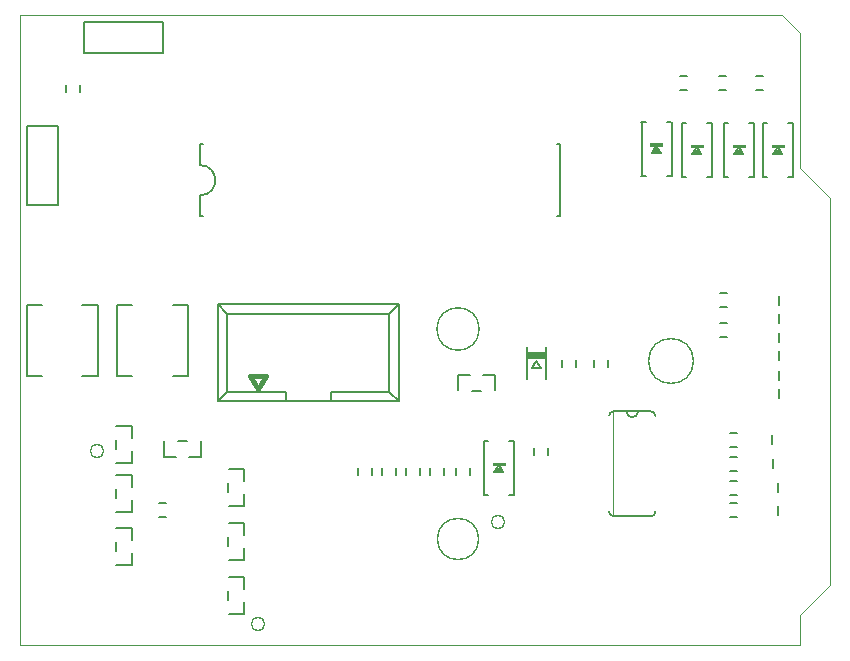
<source format=gbr>
%FSLAX44Y44*%
%OFA0.0000B0.0000*%
%SFA1B1*%
%MOMM*%
%ADD10C,0.0010X0.0000*%
%ADD11C,0.1524X0.0000*%
%ADD12C,0.1270X0.0000*%
%ADD13C,0.0000X0.0000*%
%ADD14C,0.2032X0.0000*%
%ADD15C,1.2630X1.0090X0.0000*%
%ADD16C,3.7192X3.4652X0.0000*%
%ADD17C,3.6176X3.5668X0.0000*%
%ADD18C,3.9370X3.6830X0.0000*%
%ADD19C,3.5254X3.4746X0.0000*%
%ADD20C,3.6270X3.3730X0.0000*%
%ADD21C,0.0508X0.0000*%
%ADD22C,0.4064X0.0000*%
%LNSILKSCREEN_TOP0*%
%LPD*%
G36*
X428880Y248035D2*
X444880Y248035D1*
X444880Y243035D1*
X428880Y243035D1*
X428880Y243035D1*
G37*
%LNSILKSCREEN_TOP1*%
%LPD*%
G36*
X533480Y424870D2*
X543480Y424870D1*
X543480Y422870D1*
X533480Y422870D1*
X533480Y422870D1*
G37*
%LNSILKSCREEN_TOP2*%
%LPD*%
G36*
X567770Y423600D2*
X577770Y423600D1*
X577770Y421600D1*
X567770Y421600D1*
X567770Y421600D1*
G37*
%LNSILKSCREEN_TOP3*%
%LPD*%
G36*
X603330Y423600D2*
X613330Y423600D1*
X613330Y421600D1*
X603330Y421600D1*
X603330Y421600D1*
G37*
%LNSILKSCREEN_TOP4*%
%LPD*%
G36*
X636350Y423600D2*
X646350Y423600D1*
X646350Y421600D1*
X636350Y421600D1*
X636350Y421600D1*
G37*
%LNSILKSCREEN_TOP5*%
%LPD*%
G36*
X400130Y154360D2*
X410130Y154360D1*
X410130Y152360D1*
X400130Y152360D1*
X400130Y152360D1*
G37*
%LNSILKSCREEN_TOP6*%
%LPD*%
G36*
X538480Y421370D2*
X540480Y418370D1*
X536480Y418370D1*
X536480Y418370D1*
G37*
%LNSILKSCREEN_TOP7*%
%LPD*%
G36*
X572770Y420100D2*
X574770Y417100D1*
X570770Y417100D1*
X570770Y417100D1*
G37*
%LNSILKSCREEN_TOP8*%
%LPD*%
G36*
X608330Y420100D2*
X610330Y417100D1*
X606330Y417100D1*
X606330Y417100D1*
G37*
%LNSILKSCREEN_TOP9*%
%LPD*%
G36*
X641350Y420100D2*
X643350Y417100D1*
X639350Y417100D1*
X639350Y417100D1*
G37*
%LNSILKSCREEN_TOP10*%
%LPD*%
G36*
X405130Y150860D2*
X407130Y147860D1*
X403130Y147860D1*
X403130Y147860D1*
G37*
%LNSILKSCREEN_TOP*%
%LPD*%
G54D10*
X645160Y533400D2*
X0Y533400D1*
X660400Y518160D2*
X645160Y533400D1*
X660400Y403860D2*
X660400Y518160D1*
X685800Y378460D2*
X660400Y403860D1*
X685800Y50800D2*
X685800Y378460D1*
X660400Y25400D2*
X685800Y50800D1*
X660400Y0D2*
X660400Y25400D1*
X0Y0D2*
X660400Y0D1*
X0Y533400D2*
X0Y0D1*
G54D11*
X123650Y108300D2*
X117650Y108300D1*
X123650Y120300D2*
X117650Y120300D1*
X306420Y144320D2*
X306420Y150320D1*
X318420Y144320D2*
X318420Y150320D1*
X359060Y150320D2*
X359060Y144320D1*
X347060Y150320D2*
X347060Y144320D1*
G75*
G01X498602Y113030D2*
G03X502412Y109220I3810J0D1*
G74*
G75*
G01X537718Y194310D2*
G03X533908Y198120I-3810J0D1*
G74*
G75*
G01X533908Y109220D2*
G03X537718Y113030I0J3810D1*
G74*
G75*
G01X502412Y198120D2*
G03X498602Y194310I0J-3810D1*
G74*
X502412Y109220D2*
X533908Y109220D1*
X533908Y198120D2*
X523240Y198120D1*
X523240Y198120D2*
X513080Y198120D1*
X513080Y198120D2*
X502412Y198120D1*
G75*
G01X513080Y198120D2*
G03X523240Y198120I5080J0D1*
G74*
X592630Y272700D2*
X598630Y272700D1*
X592630Y260700D2*
X598630Y260700D1*
X592630Y298100D2*
X598630Y298100D1*
X592630Y286100D2*
X598630Y286100D1*
X600758Y159670D2*
X606758Y159670D1*
X600758Y147670D2*
X606758Y147670D1*
X606758Y127350D2*
X600758Y127350D1*
X606758Y139350D2*
X600758Y139350D1*
X607012Y108300D2*
X601012Y108300D1*
X607012Y120300D2*
X601012Y120300D1*
X380650Y150320D2*
X380650Y144320D1*
X368650Y150320D2*
X368650Y144320D1*
X50450Y474170D2*
X50450Y468170D1*
X38450Y474170D2*
X38450Y468170D1*
X392684Y172656D2*
X392684Y126936D1*
X418084Y126936D2*
X418084Y172656D1*
X298100Y150320D2*
X298100Y144320D1*
X286100Y150320D2*
X286100Y144320D1*
X606504Y167990D2*
X600504Y167990D1*
X606504Y179990D2*
X600504Y179990D1*
X485490Y235760D2*
X485490Y241760D1*
X497490Y235760D2*
X497490Y241760D1*
X458820Y235760D2*
X458820Y241760D1*
X470820Y235760D2*
X470820Y241760D1*
X326740Y144320D2*
X326740Y150320D1*
X338740Y144320D2*
X338740Y150320D1*
X628904Y441896D2*
X628904Y396176D1*
X654304Y396176D2*
X654304Y441896D1*
X595884Y441896D2*
X595884Y396176D1*
X621284Y396176D2*
X621284Y441896D1*
X560324Y441896D2*
X560324Y396176D1*
X585724Y396176D2*
X585724Y441896D1*
X526034Y443166D2*
X526034Y397446D1*
X551434Y397446D2*
X551434Y443166D1*
X446690Y166830D2*
X446690Y160830D1*
X434690Y166830D2*
X434690Y160830D1*
X629110Y470250D2*
X623110Y470250D1*
X629110Y482250D2*
X623110Y482250D1*
X564340Y470250D2*
X558340Y470250D1*
X564340Y482250D2*
X558340Y482250D1*
X591360Y482250D2*
X597360Y482250D1*
X591360Y470250D2*
X597360Y470250D1*
G54D12*
X121130Y501350D2*
X121130Y527350D1*
X121130Y527350D2*
X54130Y527350D1*
X54130Y527350D2*
X54130Y501350D1*
X54130Y501350D2*
X121130Y501350D1*
X642620Y209550D2*
X642620Y217170D1*
X642620Y288290D2*
X642620Y295910D1*
X642620Y224790D2*
X642620Y232410D1*
X642620Y241300D2*
X642620Y248920D1*
X642620Y256540D2*
X642620Y264160D1*
X642620Y273050D2*
X642620Y280670D1*
X637540Y157480D2*
X637540Y149860D1*
X641350Y110490D2*
X641350Y118110D1*
X641350Y129540D2*
X641350Y137160D1*
X436880Y240585D2*
X440880Y234585D1*
X440880Y234585D2*
X432880Y234585D1*
X432880Y234585D2*
X436880Y240585D1*
X444880Y252210D2*
X444880Y225310D1*
X428880Y225310D2*
X428880Y252210D1*
X32050Y439900D2*
X6050Y439900D1*
X6050Y439900D2*
X6050Y372900D1*
X6050Y372900D2*
X32050Y372900D1*
X32050Y372900D2*
X32050Y439900D1*
X417830Y127000D2*
X414020Y127000D1*
X392430Y127000D2*
X396240Y127000D1*
X392430Y172720D2*
X396240Y172720D1*
X417830Y172720D2*
X414020Y172720D1*
X636270Y177800D2*
X636270Y170180D1*
X654050Y396240D2*
X650240Y396240D1*
X628650Y396240D2*
X632460Y396240D1*
X628650Y441960D2*
X632460Y441960D1*
X654050Y441960D2*
X650240Y441960D1*
X621030Y396240D2*
X617220Y396240D1*
X595630Y396240D2*
X599440Y396240D1*
X595630Y441960D2*
X599440Y441960D1*
X621030Y441960D2*
X617220Y441960D1*
X585470Y396240D2*
X581660Y396240D1*
X560070Y396240D2*
X563880Y396240D1*
X560070Y441960D2*
X563880Y441960D1*
X585470Y441960D2*
X581660Y441960D1*
X551180Y397510D2*
X547370Y397510D1*
X525780Y397510D2*
X529590Y397510D1*
X525780Y443230D2*
X529590Y443230D1*
X551180Y443230D2*
X547370Y443230D1*
G54D13*
X428880Y248035D2*
X444880Y248035D1*
X444880Y243035*
X428880Y243035*
X428880Y243035*
X400130Y154360D2*
X410130Y154360D1*
X410130Y152360*
X400130Y152360*
X400130Y152360*
X405130Y150860D2*
X407130Y147860D1*
X403130Y147860*
X403130Y147860*
X636350Y423600D2*
X646350Y423600D1*
X646350Y421600*
X636350Y421600*
X636350Y421600*
X641350Y420100D2*
X643350Y417100D1*
X639350Y417100*
X639350Y417100*
X603330Y423600D2*
X613330Y423600D1*
X613330Y421600*
X603330Y421600*
X603330Y421600*
X608330Y420100D2*
X610330Y417100D1*
X606330Y417100*
X606330Y417100*
X567770Y423600D2*
X577770Y423600D1*
X577770Y421600*
X567770Y421600*
X567770Y421600*
X572770Y420100D2*
X574770Y417100D1*
X570770Y417100*
X570770Y417100*
X533480Y424870D2*
X543480Y424870D1*
X543480Y422870*
X533480Y422870*
X533480Y422870*
X538480Y421370D2*
X540480Y418370D1*
X536480Y418370*
X536480Y418370*
G54D14*
X152400Y381000D2*
X152400Y363220D1*
G75*
G01X152400Y381000D2*
G03X152400Y406400I0J12700D1*
G74*
X457200Y363220D2*
X457200Y424180D1*
X152400Y424180D2*
X152400Y406400D1*
X152400Y424180D2*
X154940Y424180D1*
X152400Y363220D2*
X154940Y363220D1*
X457200Y363220D2*
X454660Y363220D1*
X457200Y424180D2*
X454660Y424180D1*
X224840Y214450D2*
X224840Y207350D1*
X262840Y214450D2*
X262840Y207350D1*
X167140Y206650D2*
X167140Y288650D1*
X167140Y206650D2*
X320540Y206650D1*
X320540Y206650D2*
X320540Y288650D1*
X320540Y288650D2*
X167140Y288650D1*
X175140Y214650D2*
X175140Y280650D1*
X175140Y280650D2*
X312540Y280650D1*
X312540Y280650D2*
X312540Y214650D1*
X312540Y214650D2*
X262840Y214650D1*
X224840Y214650D2*
X175140Y214650D1*
X167140Y288650D2*
X175140Y280650D1*
X167140Y206650D2*
X175140Y214650D1*
X320540Y288650D2*
X312540Y280650D1*
X312540Y214650D2*
X320540Y206650D1*
X370356Y215726D2*
X370356Y228854D1*
X370356Y228854D2*
X380444Y228854D1*
X401804Y228854D2*
X401804Y215726D1*
X391716Y228854D2*
X401804Y228854D1*
X389804Y215646D2*
X382216Y215646D1*
X176356Y57634D2*
X189484Y57634D1*
X189484Y57634D2*
X189484Y47546D1*
X189484Y26186D2*
X176356Y26186D1*
X189484Y36274D2*
X189484Y26186D1*
X176276Y38186D2*
X176276Y45774D1*
X176356Y103354D2*
X189484Y103354D1*
X189484Y103354D2*
X189484Y93266D1*
X189484Y71906D2*
X176356Y71906D1*
X189484Y81994D2*
X189484Y71906D1*
X176276Y83906D2*
X176276Y91494D1*
X81106Y99544D2*
X94234Y99544D1*
X94234Y99544D2*
X94234Y89456D1*
X94234Y68096D2*
X81106Y68096D1*
X94234Y78184D2*
X94234Y68096D1*
X81026Y80096D2*
X81026Y87684D1*
X52560Y287810D2*
X65560Y287810D1*
X65560Y287810D2*
X65560Y227810D1*
X65560Y227810D2*
X52560Y227810D1*
X18560Y227810D2*
X5560Y227810D1*
X5560Y227810D2*
X5560Y287810D1*
X5560Y287810D2*
X18560Y287810D1*
X129014Y288064D2*
X142014Y288064D1*
X142014Y288064D2*
X142014Y228064D1*
X142014Y228064D2*
X129014Y228064D1*
X95014Y228064D2*
X82014Y228064D1*
X82014Y228064D2*
X82014Y288064D1*
X82014Y288064D2*
X95014Y288064D1*
X176356Y149074D2*
X189484Y149074D1*
X189484Y149074D2*
X189484Y138986D1*
X189484Y117626D2*
X176356Y117626D1*
X189484Y127714D2*
X189484Y117626D1*
X176276Y129626D2*
X176276Y137214D1*
X81106Y185904D2*
X94234Y185904D1*
X94234Y185904D2*
X94234Y175816D1*
X94234Y154456D2*
X81106Y154456D1*
X94234Y164544D2*
X94234Y154456D1*
X81026Y166456D2*
X81026Y174044D1*
X81106Y143994D2*
X94234Y143994D1*
X94234Y143994D2*
X94234Y133906D1*
X94234Y112546D2*
X81106Y112546D1*
X94234Y122634D2*
X94234Y112546D1*
X81026Y124546D2*
X81026Y132134D1*
X152884Y172894D2*
X152884Y159766D1*
X152884Y159766D2*
X142796Y159766D1*
X121436Y159766D2*
X121436Y172894D1*
X131524Y159766D2*
X121436Y159766D1*
X133436Y172974D2*
X141024Y172974D1*
X405130Y152360D2*
X409130Y146360D1*
X409130Y146360D2*
X401130Y146360D1*
X401130Y146360D2*
X405130Y152360D1*
X641350Y421600D2*
X645350Y415600D1*
X645350Y415600D2*
X637350Y415600D1*
X637350Y415600D2*
X641350Y421600D1*
X608330Y421600D2*
X612330Y415600D1*
X612330Y415600D2*
X604330Y415600D1*
X604330Y415600D2*
X608330Y421600D1*
X572770Y421600D2*
X576770Y415600D1*
X576770Y415600D2*
X568770Y415600D1*
X568770Y415600D2*
X572770Y421600D1*
X538480Y422870D2*
X542480Y416870D1*
X542480Y416870D2*
X534480Y416870D1*
X534480Y416870D2*
X538480Y422870D1*
G54D15*
X404368Y104648D3*
X201422Y18288D3*
X65024Y164592D3*
G54D16*
X370840Y267970D3*
G54D17*
X370840Y90170D3*
G54D18*
X550672Y241046D3*
G54D19*
X370840Y267970D3*
G54D20*
X370840Y90170D3*
G54D21*
X502158Y198120D2*
X502158Y109220D1*
G54D22*
X194240Y227950D2*
X201240Y217250D1*
X201240Y217250D2*
X208240Y227950D1*
X208240Y227950D2*
X194240Y227950D1*
M02*

</source>
